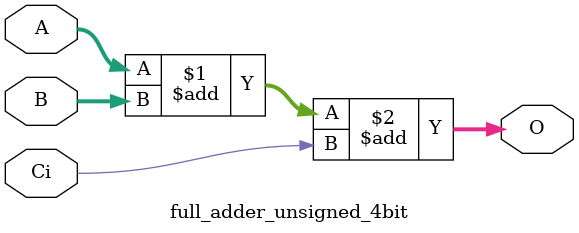
<source format=v>
module full_adder_unsigned_4bit(A, B, Ci, O);
  input [3:0] A;
  input [3:0] B;
  input Ci;
  output [4:0] O;

  assign O = A + B + Ci;
endmodule




</source>
